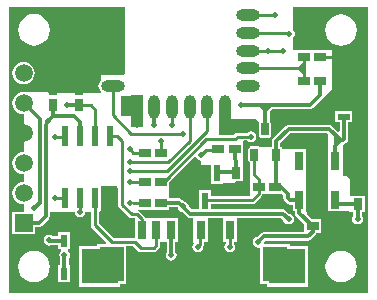
<source format=gtl>
%FSTAX23Y23*%
%MOIN*%
%SFA1B1*%

%IPPOS*%
%AMD20*
4,1,8,0.011600,-0.029800,0.011600,0.029800,0.008700,0.032700,-0.008700,0.032700,-0.011600,0.029800,-0.011600,-0.029800,-0.008700,-0.032700,0.008700,-0.032700,0.011600,-0.029800,0.0*
1,1,0.005800,0.008700,-0.029800*
1,1,0.005800,0.008700,0.029800*
1,1,0.005800,-0.008700,0.029800*
1,1,0.005800,-0.008700,-0.029800*
%
%AMD24*
4,1,8,-0.012000,0.018500,-0.012000,-0.018500,-0.009000,-0.021500,0.009000,-0.021500,0.012000,-0.018500,0.012000,0.018500,0.009000,0.021500,-0.009000,0.021500,-0.012000,0.018500,0.0*
1,1,0.006000,-0.009000,0.018500*
1,1,0.006000,-0.009000,-0.018500*
1,1,0.006000,0.009000,-0.018500*
1,1,0.006000,0.009000,0.018500*
%
%ADD11C,0.010000*%
%ADD15R,0.041340X0.023620*%
%ADD16R,0.039370X0.031500*%
%ADD17O,0.078740X0.039370*%
%ADD18C,0.060000*%
%ADD19R,0.026770X0.059060*%
G04~CAMADD=20~8~0.0~0.0~653.5~232.3~29.0~0.0~15~0.0~0.0~0.0~0.0~0~0.0~0.0~0.0~0.0~0~0.0~0.0~0.0~270.0~233.0~654.0*
%ADD20D20*%
%ADD21R,0.031500X0.039370*%
%ADD22O,0.039370X0.078740*%
%ADD23R,0.078740X0.039370*%
G04~CAMADD=24~8~0.0~0.0~429.1~240.2~30.0~0.0~15~0.0~0.0~0.0~0.0~0~0.0~0.0~0.0~0.0~0~0.0~0.0~0.0~90.0~242.0~429.0*
%ADD24D24*%
%ADD25R,0.023620X0.057090*%
%ADD26R,0.023620X0.041340*%
%ADD27R,0.122050X0.118110*%
%ADD28R,0.031500X0.062990*%
%ADD29R,0.082680X0.118110*%
%ADD32R,0.003940X0.003940*%
%ADD49C,0.011810*%
%ADD50R,0.020000X0.028500*%
%ADD51R,0.015750X0.033470*%
%ADD52R,0.039370X0.109250*%
%ADD53R,0.088580X0.227360*%
%ADD54R,0.056100X0.124920*%
%ADD55R,0.026610X0.067090*%
%ADD56R,0.040350X0.083660*%
%ADD57R,0.049210X0.055120*%
%ADD58R,0.074800X0.043310*%
%ADD59R,0.041690X0.070870*%
%ADD60R,0.075010X0.260280*%
%ADD61C,0.059060*%
%ADD62R,0.059060X0.059060*%
%ADD63C,0.019680*%
%LNsrt-wren-25-22-v103-1*%
%LPD*%
G36*
X00998Y00741D02*
X00973Y00766D01*
X00998Y00791*
Y00741*
G37*
G36*
X0121Y00018D02*
X00013D01*
Y00971*
X00399*
Y00813*
Y00748*
X00319*
Y00726*
X00315Y00721*
X00312Y00714*
X00311Y00707*
X00312Y007*
X00315Y00693*
X00319Y00688*
X00317Y00684*
X00148*
X00143Y00688*
X00143Y00688*
X00062*
X00052Y00687*
X00043Y00683*
X00035Y00677*
X00029Y00669*
X00025Y0066*
X00024Y0065*
X00025Y00641*
X00029Y00632*
X00035Y00624*
X00043Y00618*
X00052Y00614*
X00062Y00613*
Y00488*
X00052Y00487*
X00043Y00483*
X00035Y00477*
X00029Y00469*
X00025Y0046*
X00024Y0045*
X00025Y00441*
X00029Y00432*
X00035Y00424*
X00043Y00418*
X00052Y00414*
X00062Y00413*
Y00388*
X00052Y00387*
X00043Y00383*
X00035Y00377*
X00029Y00369*
X00025Y0036*
X00024Y0035*
X00025Y00341*
X00029Y00332*
X00035Y00324*
X00043Y00318*
X00052Y00314*
X00062Y00313*
Y00288*
X00024*
Y00213*
X00099*
Y00236*
X00112*
X00117Y00238*
X00122Y00241*
X00145Y00264*
X00148Y00268*
X00149Y00274*
Y00287*
X00232*
X00233Y00282*
X00237Y00276*
X00243Y00272*
X0025Y00271*
X00257Y00272*
X00263Y00276*
X00267Y00282*
X00268Y00287*
X00287*
Y00243*
X00288Y00238*
X00291Y00233*
X00338Y00186*
X00336Y00182*
X00306*
Y00173*
X00247*
Y00039*
X00384*
Y00048*
X00404*
Y00173*
X00427*
X00442Y00158*
X00447Y00155*
X00452Y00154*
X00496*
X00501Y00155*
X00505Y00158*
X00514Y00166*
X00517Y00171*
X00518Y00176*
Y00189*
X00528*
X0053*
X00532*
X0054*
Y00154*
X00537Y0015*
X00536Y00143*
X00537Y00136*
X00541Y0013*
X00547Y00127*
X00554Y00125*
X00561Y00127*
X00566Y0013*
X0057Y00136*
X00572Y00143*
X0057Y0015*
X00568Y00154*
Y00189*
X00577*
Y00268*
X00532*
X0053*
X00529*
X00528*
X00526*
X00481*
X00479*
X00468*
X00467Y0027*
X00464Y00275*
X0045Y00289*
X00445Y00292*
X0044Y00293*
X00442Y00295*
X00548*
Y00305*
X00575*
X00576Y00303*
X00577Y00299*
X00581Y00293*
X00587Y00289*
X00592Y00288*
X00608Y00272*
X00612Y00269*
X00618Y00268*
X00628*
Y00189*
X00628*
X0063Y00185*
X00629Y00185*
X00626Y00179*
X00624Y00172*
X00626Y00165*
X00629Y00159*
X00635Y00155*
X00642Y00154*
X00649Y00155*
X00655Y00159*
X00659Y00165*
X0066Y00171*
X0066Y00171*
X00663Y00176*
X00664Y00181*
Y00189*
X00676*
Y00268*
X00685*
X00686Y00268*
X00727*
Y00189*
X00737*
Y00184*
X00737Y00184*
X00733Y00178*
X00731Y00171*
X00733Y00164*
X00737Y00158*
X00743Y00154*
X0075Y00153*
X00756Y00154*
X00762Y00158*
X00766Y00164*
X00768Y00171*
X00766Y00178*
X00764Y00182*
Y00189*
X00774*
Y00268*
X00921*
X00927Y00262*
X00928Y00257*
X00932Y00251*
X00938Y00247*
X00945Y00246*
X00952Y00247*
X00958Y00251*
X00962Y00257*
X00963Y00264*
X00962Y00271*
X00958Y00277*
X00952Y0028*
X00947Y00281*
X00937Y00292*
X00932Y00295*
X00927Y00296*
X00687*
Y00314*
X00824*
X00829Y00315*
X00833Y00318*
X00854Y00339*
X00857Y00344*
X00858Y00346*
X00924*
X00928Y00342*
Y00333*
X00929Y00328*
X00932Y00323*
X00939Y00316*
X00944Y00313*
X00949Y00312*
X0096*
Y00291*
X00967*
Y00285*
X00968Y00279*
X00971Y00275*
X00998Y00248*
Y0022*
X00862*
X00856Y00219*
X00852Y00216*
X00841Y00205*
X00836Y00204*
X0083Y002*
X00826Y00194*
X00825Y00187*
X00826Y00181*
X0083Y00175*
X00836Y00171*
X00843Y00169*
X00847Y0017*
X00851Y00167*
Y00048*
X00872*
Y00039*
X01009*
Y00173*
X00949*
Y00182*
X00864*
X00863Y00182*
X00862Y00186*
X00868Y00192*
X0101*
X01016Y00193*
X0102Y00196*
X01035Y00211*
X01038Y00216*
X01038Y00217*
X01053*
Y00264*
X01021*
X01005Y00281*
Y00283*
X01006Y00284*
X01008Y00286*
X0101Y00288*
X0101Y00291*
Y00307*
X01078*
Y00291*
X01146*
X01151Y00286*
X01161*
Y00275*
X01158Y00271*
X01157Y00264*
X01158Y00257*
X01162Y00251*
X01168Y00247*
X01175Y00246*
X01182Y00247*
X01188Y00251*
X01192Y00257*
X01193Y00264*
X01192Y00271*
X01189Y00275*
Y00286*
X01199*
Y00341*
X01151*
X01149Y00343*
Y00398*
X0114Y00408*
X01125*
Y00511*
X01125Y00512*
X01131Y00513*
X01135Y00516*
X01139Y0052*
X01142Y00524*
X01143Y0053*
Y00586*
X01158*
Y00625*
X01101*
Y00586*
X01115*
Y00556*
X01111Y00554*
X0109Y00575*
X01085Y00578*
X0108Y00579*
X00945*
X00939Y00578*
X00935Y00575*
X00894Y00534*
X00891Y00529*
X00889Y00524*
Y00507*
X00887Y00505*
X00886Y00504*
X00849*
X00848Y00505*
X00845Y00507*
X0084Y00508*
X00822*
X00818Y00507*
X00815Y00505*
X00812Y00501*
X00811Y00497*
Y0046*
X00812Y00456*
X00815Y00452*
X00818Y0045*
X00817Y00449*
Y00393*
Y00346*
X00818Y00345*
X00815Y0034*
X00687*
Y0036*
X00648*
Y00296*
X00624*
X00612Y00308*
X00611Y00313*
X00607Y00318*
X00601Y00322*
X00596Y00323*
X00591Y00329*
X00586Y00332*
X00581Y00333*
X00548*
Y00342*
Y00365*
Y00387*
X00632Y00472*
X00637Y00471*
X00637Y0047*
X00641Y00464*
X00647Y0046*
X00652Y00459*
Y00445*
X00685*
Y00445*
Y0038*
X00725*
X00728Y00384*
X00762*
X00762Y00383*
X0077Y00391*
X00794*
Y00393*
Y00446*
X00793Y00447*
Y00475*
Y00522*
X00796Y00526*
X00808*
X00813Y00522*
X0082Y00521*
X00827Y00522*
X00833Y00526*
X00837Y00532*
X00838Y00539*
X00837Y00546*
X00833Y00552*
X00827Y00555*
X0082Y00557*
X00813Y00555*
X00808Y00552*
X00775*
X0077Y00551*
X00768Y0055*
X00766Y00548*
X00761Y00543*
X00717*
X00714Y00546*
X0072Y00586*
X00715Y00664*
X00719Y00668*
X00751*
X00752Y00642*
Y00631*
X00754Y00629*
Y00597*
X00836*
X00848Y00585*
X00847Y00581*
Y00544*
X00848Y0054*
X00851Y00536*
X00854Y00534*
X00858Y00533*
X00877*
X00881Y00534*
X00884Y00536*
X00887Y0054*
X00888Y00544*
Y00581*
X00887Y00585*
X00884Y00589*
X00882Y00591*
Y00621*
X0089Y0063*
X01015*
X0102Y00631*
X01025Y00634*
X0106Y00669*
X0109Y00699*
Y00827*
X01023*
Y00827*
X00967*
Y00827*
X00959*
Y00868*
X00961Y0087*
X00965Y00875*
X00966Y00882*
X00965Y00889*
X00961Y00895*
X00959Y00897*
Y00971*
X0121*
Y00018*
G37*
G36*
X00867Y00619D02*
X00842Y00644D01*
X00892*
X00867Y00619*
G37*
G36*
X01074Y00443D02*
X01061D01*
Y00482*
X01061Y00485*
X01059Y00488*
X01057Y0049*
X01053Y0049*
X01027*
X01024Y0049*
X01021Y00488*
X01019Y00485*
X01019Y00482*
Y00443*
X01002*
Y00496*
X01002Y00497*
X00924*
Y00504*
X00921*
X0092Y00505*
X00918Y00507*
Y00518*
X00951Y00551*
X01074*
Y00443*
G37*
G36*
X01053Y00435D02*
X01078D01*
Y00315*
X01002*
Y00435*
X01027*
Y00482*
X01053*
Y00435*
G37*
G36*
X00376Y00369D02*
D01*
X00377Y00369*
Y00312*
X00378Y00307*
X00381Y00302*
X00412Y00271*
X00417Y00268*
X00422Y00267*
X00432*
Y002*
X00362*
X00313Y00248*
Y00286*
X0032Y00292*
Y00346*
Y00369*
X00376*
G37*
%LNsrt-wren-25-22-v103-2*%
%LPC*%
G36*
X00097Y00948D02*
X00083Y00946D01*
X00071Y00941*
X0006Y00932*
X00051Y00922*
X00046Y00909*
X00044Y00895*
X00046Y00882*
X00051Y00869*
X0006Y00858*
X00071Y0085*
X00083Y00844*
X00097Y00842*
X00111Y00844*
X00123Y0085*
X00134Y00858*
X00143Y00869*
X00148Y00882*
X0015Y00895*
X00148Y00909*
X00143Y00922*
X00134Y00932*
X00123Y00941*
X00111Y00946*
X00097Y00948*
G37*
G36*
X0112Y00946D02*
X01106Y00945D01*
X01094Y00939*
X01083Y00931*
X01074Y0092*
X01069Y00907*
X01067Y00894*
X01069Y0088*
X01074Y00867*
X01083Y00856*
X01094Y00848*
X01106Y00843*
X0112Y00841*
X01134Y00843*
X01146Y00848*
X01157Y00856*
X01166Y00867*
X01171Y0088*
X01173Y00894*
X01171Y00907*
X01166Y0092*
X01157Y00931*
X01146Y00939*
X01134Y00945*
X0112Y00946*
G37*
G36*
X00062Y00788D02*
X00052Y00787D01*
X00043Y00783*
X00035Y00777*
X00029Y00769*
X00025Y0076*
X00024Y0075*
X00025Y00741*
X00029Y00732*
X00035Y00724*
X00043Y00718*
X00052Y00714*
X00062Y00713*
X00071Y00714*
X0008Y00718*
X00088Y00724*
X00094Y00732*
X00098Y00741*
X00099Y0075*
X00098Y0076*
X00094Y00769*
X00088Y00777*
X0008Y00783*
X00071Y00787*
X00062Y00788*
G37*
G36*
X0064Y00449D02*
X00625D01*
Y00434*
X0064Y00449*
G37*
G36*
X00217Y00221D02*
X00178D01*
Y00207*
X00159*
X00154Y0021*
X00147Y00211*
X0014Y0021*
X00134Y00206*
X0013Y002*
X00129Y00193*
X0013Y00186*
X00134Y00181*
X0014Y00177*
X00147Y00175*
X00154Y00177*
X00157Y00178*
X00178*
Y00164*
X00186*
X00187Y00159*
X00186Y00158*
X00182Y00152*
X0018Y00145*
X00182Y00138*
X00184Y00135*
Y00111*
X00178*
Y00054*
X00217*
Y00111*
X00212*
Y00134*
X00215Y00138*
X00216Y00145*
X00215Y00152*
X00211Y00158*
X00209Y00159*
X00211Y00164*
X00217*
Y00221*
G37*
G36*
X01121Y00159D02*
X01107Y00157D01*
X01094Y00151*
X01083Y00143*
X01075Y00132*
X0107Y00119*
X01068Y00106*
X0107Y00092*
X01075Y00079*
X01083Y00069*
X01094Y0006*
X01107Y00055*
X01121Y00053*
X01134Y00055*
X01147Y0006*
X01158Y00069*
X01166Y00079*
X01171Y00092*
X01173Y00106*
X01171Y00119*
X01166Y00132*
X01158Y00143*
X01147Y00151*
X01134Y00157*
X01121Y00159*
G37*
G36*
X00096D02*
X00082Y00157D01*
X0007Y00151*
X00059Y00143*
X0005Y00132*
X00045Y00119*
X00043Y00106*
X00045Y00092*
X0005Y00079*
X00059Y00069*
X0007Y0006*
X00082Y00055*
X00096Y00053*
X0011Y00055*
X00122Y0006*
X00133Y00069*
X00142Y00079*
X00147Y00092*
X00149Y00106*
X00147Y00119*
X00142Y00132*
X00133Y00143*
X00122Y00151*
X0011Y00157*
X00096Y00159*
G37*
%LNsrt-wren-25-22-v103-3*%
%LPD*%
G54D11*
X00496Y00167D02*
X00504Y00176D01*
X00452Y00167D02*
X00496D01*
X00504Y00176D02*
Y00228D01*
X00432Y00187D02*
X00452Y00167D01*
X00356Y00187D02*
X00432D01*
X003Y00243D02*
X00356Y00187D01*
X00671Y0053D02*
X00766D01*
X00775Y00539*
X0082*
X0073Y00559D02*
X00733Y00561D01*
X00531Y00389D02*
X00671Y0053D01*
X008Y00364D02*
Y00378D01*
X00674Y00557D02*
Y00638D01*
X0054Y00424D02*
X00674Y00557D01*
X00415Y00424D02*
X0054D01*
X00416Y00453D02*
X00544D01*
X00615Y00524*
Y00637*
X0052Y00389D02*
X00531D01*
X00556Y00578D02*
Y00638D01*
X00421Y00549D02*
X00591D01*
X00359Y00611D02*
X00421Y00549D01*
X00359Y00611D02*
Y00707D01*
X00415Y00496D02*
X00428Y00484D01*
X00465*
X00615Y00638D02*
X00615Y00637D01*
X00638Y0042D02*
X00642Y00424D01*
X00665*
X01175Y00384D02*
Y00439D01*
X0042Y00389D02*
X00465D01*
X00425Y00319D02*
X00465D01*
X00372Y00542D02*
X0039Y00524D01*
X0035Y00542D02*
X00372D01*
X00415Y00454D02*
X00416Y00453D01*
X0025Y00289D02*
Y00335D01*
X00245Y00699D02*
Y00744D01*
X0016Y00699D02*
Y00744D01*
X0073Y00559D02*
Y00635D01*
X00356Y00764D02*
X00359Y00766D01*
X0028Y00764D02*
X00356D01*
X00357Y00824D02*
X00359Y00825D01*
X0028Y00824D02*
X00357D01*
X00358Y00884D02*
X00359Y00884D01*
X0028Y00884D02*
X00358D01*
X00993Y00766D02*
X00995Y00764D01*
Y00804*
Y00724D02*
Y00764D01*
X00811Y00766D02*
X00993D01*
X002Y00335D02*
X00202Y00337D01*
X0052Y00484D02*
Y00524D01*
X00675Y00327D02*
X00824D01*
X00845Y00349*
Y0037*
X00831Y00412D02*
Y00478D01*
Y00412D02*
X00845Y00399D01*
Y0037D02*
Y00399D01*
X00995Y00524D02*
X0104D01*
X00245Y00644D02*
X00285D01*
X003Y00629*
Y00542D02*
Y00629D01*
X00165Y00539D02*
Y00544D01*
Y00539D02*
X00197D01*
X00165Y00334D02*
X00198D01*
X0077Y00364D02*
X008D01*
X0035Y00269D02*
Y00335D01*
X0095Y00605D02*
X00951Y00604D01*
X00669Y00494D02*
X007D01*
X00654Y00479D02*
X00669Y00494D01*
X00654Y00477D02*
Y00479D01*
X00811Y00825D02*
X00812Y00824D01*
X00947Y00884D02*
X00948Y00882D01*
X00811Y00884D02*
X00947D01*
X00811Y00943D02*
X00901D01*
X01101Y00804D02*
X01102Y00803D01*
X0105Y00804D02*
X01101D01*
X00443Y00597D02*
X00444Y00596D01*
X00443Y00597D02*
Y00632D01*
X0044Y0028D02*
X00455Y00265D01*
Y00228D02*
Y00265D01*
X00422Y0028D02*
X0044D01*
X0039Y00312D02*
Y00524D01*
Y00312D02*
X00422Y0028D01*
X003Y00243D02*
Y00335D01*
X00642Y00172D02*
X00651Y00181D01*
Y00227*
X00652Y00228*
X0075Y00172D02*
Y00228D01*
X0075Y00171D02*
X0075Y00172D01*
X00812Y00824D02*
X00875D01*
X00925*
X00601Y0018D02*
Y00226D01*
X00437Y00638D02*
X00443Y00632D01*
X00701Y0018D02*
Y00228D01*
X00797Y00181D02*
Y00225D01*
X00441Y00593D02*
X00444Y00596D01*
X00441Y00579D02*
Y00593D01*
G54D15*
X01019Y00605D03*
X01129D03*
G54D16*
X00845Y0037D03*
X009D03*
X00765Y00499D03*
X0071D03*
X00995Y00804D03*
X0105D03*
Y00724D03*
X00995D03*
X00465Y00389D03*
X0052D03*
X00465Y00319D03*
X0052D03*
X00465Y00484D03*
X0052D03*
X01025Y00241D03*
X0108D03*
G54D17*
X00811Y00707D03*
Y00766D03*
Y00825D03*
Y00884D03*
Y00943D03*
X00359Y00707D03*
Y00766D03*
Y00825D03*
Y00884D03*
G54D18*
X0104Y00382D03*
G54D19*
X01099Y00459D03*
X0104D03*
X00981D03*
Y00329D03*
X01099D03*
G54D20*
X0035Y00542D03*
X003D03*
X0025D03*
X002D03*
Y00335D03*
X0025D03*
X003D03*
X0035D03*
G54D21*
X00245Y00699D03*
Y00644D03*
X01175Y00369D03*
Y00314D03*
X0016Y00699D03*
Y00644D03*
X0077Y00419D03*
Y00364D03*
G54D22*
X00733Y00638D03*
X00674D03*
X00615D03*
X00556D03*
X00496D03*
X00437D03*
G54D23*
X00359Y00943D03*
G54D24*
X00867Y00563D03*
X00904Y00478D03*
X00831D03*
G54D25*
X00668Y00324D03*
X0063Y00417D03*
X00705D03*
G54D26*
X00198Y00192D03*
Y00082D03*
G54D27*
X0094Y00106D03*
X00315D03*
G54D28*
X00554Y00229D03*
X00603D03*
X00504D03*
X00455D03*
X00652D03*
X00701D03*
X0075D03*
X008D03*
G54D29*
X00355Y00115D03*
X009D03*
G54D32*
X00811Y00707D03*
Y00943D03*
Y00884D03*
Y00825D03*
Y00766D03*
X00733Y00638D03*
X00674D03*
X00615D03*
X00556D03*
X00496D03*
X00437D03*
X00359Y00707D03*
Y00766D03*
Y00825D03*
Y00884D03*
Y00943D03*
G54D49*
X01025Y00221D02*
Y00241D01*
X00981Y00285D02*
X01025Y00241D01*
X00981Y00285D02*
Y00329D01*
X00581Y00319D02*
X00618Y00282D01*
X00685*
X00685Y00282D02*
X00927D01*
X00685Y00282D02*
X00685Y00282D01*
X00927D02*
X00945Y00264D01*
X01116Y00526D02*
X01119D01*
X0025Y00542D02*
Y00589D01*
X0023Y00609D02*
X0025Y00589D01*
X0016Y00609D02*
X0023D01*
X00945Y00565D02*
X0108D01*
X00904Y00524D02*
X00945Y00565D01*
X00904Y00478D02*
Y00524D01*
X00496Y00578D02*
Y00638D01*
X00496Y00638*
X0105Y00679D02*
Y00724D01*
X00904Y00373D02*
Y00478D01*
X009Y0037D02*
X00904Y00373D01*
X01175Y00264D02*
Y00304D01*
X01099Y00314D02*
X01175D01*
X01099Y00314D02*
X01099Y00314D01*
X00765Y00464D02*
Y00499D01*
Y00464D02*
X0077Y00459D01*
Y00429D02*
Y00459D01*
X01015Y00644D02*
X0105Y00679D01*
X00712Y0042D02*
X00769D01*
X00205Y00644D02*
X00245D01*
X00785D02*
X00867D01*
X01015*
X00867Y00563D02*
Y00644D01*
X0016Y00609D02*
Y00644D01*
X0092Y0037D02*
X00942Y00347D01*
Y00333D02*
X00949Y00326D01*
X00978*
X00942Y00333D02*
Y00347D01*
X00978Y00326D02*
X00981Y00329D01*
X009Y0037D02*
X0092D01*
X01087Y00259D02*
X01088Y0026D01*
X01074Y00285D02*
X01081D01*
X01088Y00279*
Y0026D02*
Y00279D01*
X0104Y00319D02*
X01074Y00285D01*
X0104Y00319D02*
Y00382D01*
X00142Y00591D02*
X0016Y00609D01*
X0108Y00565D02*
X01119Y00526D01*
X01099Y00509D02*
X01116Y00526D01*
X01119D02*
X01125D01*
X01129Y0053*
Y00605*
X0052Y00319D02*
X00581D01*
X00554Y00143D02*
Y00228D01*
X01099Y00444D02*
Y00459D01*
Y00509*
X0104Y00382D02*
Y00394D01*
X00198Y00082D02*
Y00145D01*
X00148Y00192D02*
X00198D01*
X00097Y003D02*
X00098D01*
X00135Y00274D02*
Y00578D01*
X00141Y00585*
X00062Y0065D02*
X00115Y00597D01*
X00062Y0025D02*
X00112D01*
X00098Y003D02*
X00115Y00316D01*
Y00597*
X00112Y0025D02*
X00135Y00274D01*
X00862Y00206D02*
X0101D01*
X01025Y00221*
X00843Y00187D02*
X00862Y00206D01*
G54D50*
X00632Y00438D03*
G54D51*
X01102Y00528D03*
G54D52*
X00441Y00623D03*
G54D53*
X00353Y00857D03*
G54D54*
X00348Y00314D03*
G54D55*
X0104Y00501D03*
G54D56*
X00733Y00588D03*
G54D57*
X01174Y00442D03*
G54D58*
X00775Y00362D03*
G54D59*
X00405Y00642D03*
G54D60*
X0104Y00416D03*
G54D61*
X00062Y0075D03*
Y0065D03*
Y0055D03*
Y0045D03*
Y0035D03*
G54D62*
X00062Y0025D03*
G54D63*
X00496Y00578D03*
X00556D03*
X00415Y00496D03*
X00144Y00592D03*
X00593Y00547D03*
X00945Y00264D03*
X01175Y00439D03*
X00415Y00389D03*
Y00319D03*
Y00454D03*
Y00424D03*
X0025Y00289D03*
X00205Y00644D03*
X00245Y00744D03*
X0028Y00764D03*
Y00824D03*
Y00884D03*
X0016Y00744D03*
X0052Y00524D03*
X0073Y00559D03*
X00665Y00424D03*
X0082Y00539D03*
X01175Y00264D03*
X00995Y00524D03*
X008Y00364D03*
X00785Y00644D03*
X00165Y00334D03*
Y00539D03*
X0035Y00269D03*
X0095Y00605D03*
X00654Y00477D03*
X00925Y00824D03*
X00948Y00882D03*
X00875Y00824D03*
X00843Y00187D03*
X01102Y00803D03*
X0104Y00393D03*
X00594Y00306D03*
X00642Y00172D03*
X0075Y00171D03*
X00554Y00143D03*
X00601Y0018D03*
X00701D03*
X00797Y00181D03*
X00198Y00145D03*
X00147Y00193D03*
X00097Y003D03*
X00441Y00579D03*
X00901Y00944D03*
M02*
</source>
